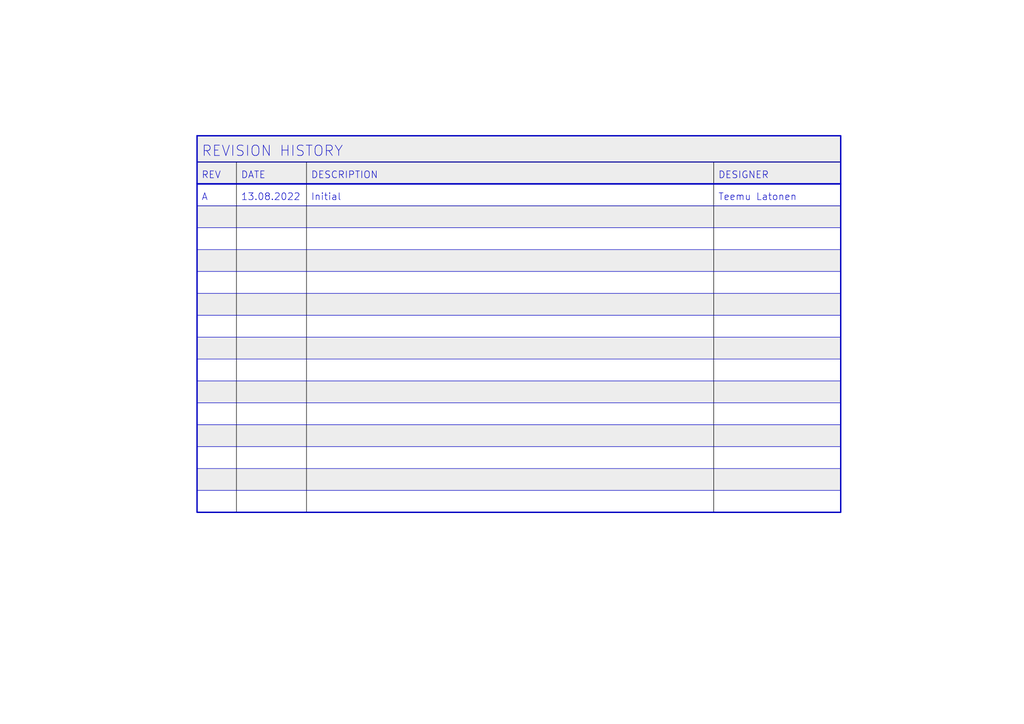
<source format=kicad_sch>
(kicad_sch (version 20230121) (generator eeschema)
  (paper "A4")
  (title_block (title "TITLE") (date "2023-05-28") (rev "1.0") (company "Kallio Designs Oy") (comment 1 "Teemu Latonen") (comment 2 "ASSEMBLY_PN") (comment 3 "000077"))
  (lib_symbols)
  (polyline (pts (xy 57.15 46.99) (xy 57.15 53.34)) (stroke (width 0) (type solid) (color 0 0 0 1)))
  (polyline (pts (xy 57.15 46.99) (xy 57.15 148.59)) (stroke (width 0) (type solid) (color 0 0 0 1)))
  (polyline (pts (xy 207.01 148.59) (xy 207.01 46.99)) (stroke (width 0) (type solid) (color 0 0 0 1)))
  (polyline (pts (xy 243.84 46.99) (xy 243.84 39.37)) (stroke (width 0) (type solid) (color 0 0 0 1)))
  (polyline (pts (xy 57.15 59.69) (xy 243.84 59.69)) (stroke (width 0) (type solid) (color 0 0 0 1)))
  (polyline (pts (xy 243.84 148.59) (xy 243.84 46.99)) (stroke (width 0) (type solid) (color 0 0 0 1)))
  (polyline (pts (xy 57.15 53.34) (xy 243.84 53.34)) (stroke (width 0) (type solid) (color 0 0 0 1)))
  (polyline (pts (xy 57.15 46.99) (xy 243.84 46.99)) (stroke (width 0) (type solid) (color 0 0 0 1)))
  (polyline (pts (xy 57.15 39.37) (xy 243.84 39.37)) (stroke (width 0) (type solid) (color 0 0 0 1)))
  (polyline (pts (xy 88.9 148.59) (xy 88.9 46.99)) (stroke (width 0) (type solid) (color 0 0 0 1)))
  (polyline (pts (xy 57.15 148.59) (xy 243.84 148.59)) (stroke (width 0) (type solid) (color 0 0 0 1)))
  (polyline (pts (xy 57.15 46.99) (xy 243.84 46.99)) (stroke (width 0) (type solid) (color 0 0 0 1)))
  (polyline (pts (xy 57.15 39.37) (xy 57.15 46.99)) (stroke (width 0) (type solid) (color 0 0 0 1)))
  (polyline (pts (xy 57.15 46.99) (xy 243.84 46.99)) (stroke (width 0) (type solid) (color 0 0 0 1)))
  (polyline (pts (xy 68.58 148.59) (xy 68.58 46.99)) (stroke (width 0) (type solid) (color 0 0 0 1)))
  (rectangle (start 57.15 59.69) (end 243.84 66.04) (fill (type color) (color 194 194 194 0.3)))
  (rectangle (start 57.15 46.99) (end 243.84 53.34) (fill (type color) (color 194 194 194 0.3)))
  (rectangle (start 57.15 53.34) (end 243.84 148.59) (stroke (width 0.4)))
  (rectangle (start 57.15 72.39) (end 243.84 78.74) (fill (type color) (color 194 194 194 0.3)))
  (rectangle (start 57.15 110.49) (end 243.84 116.84) (fill (type color) (color 194 194 194 0.3)))
  (rectangle (start 57.15 39.37) (end 243.84 46.99) (fill (type color) (color 194 194 194 0.3)))
  (rectangle (start 57.15 39.37) (end 243.84 53.34) (stroke (width 0.4)))
  (rectangle (start 57.15 97.79) (end 243.84 104.14) (fill (type color) (color 194 194 194 0.3)))
  (rectangle (start 57.15 85.09) (end 243.84 91.44) (fill (type color) (color 194 194 194 0.3)))
  (rectangle (start 57.15 123.19) (end 243.84 129.54) (fill (type color) (color 194 194 194 0.3)))
  (rectangle (start 57.15 135.89) (end 243.84 142.24) (fill (type color) (color 194 194 194 0.3)))
  (text "13.08.2022" (at 69.85 58.42 0) (effects (font (size 2 2)) (justify left bottom)))
  (text "REV" (at 58.42 52.07 0) (effects (font (size 2 2)) (justify left bottom)))
  (text "DESCRIPTION" (at 90.17 52.07 0) (effects (font (size 2 2)) (justify left bottom)))
  (text "REVISION HISTORY" (at 58.42 45.72 0) (effects (font (size 3 3)) (justify left bottom)))
  (text "DESIGNER" (at 208.28 52.07 0) (effects (font (size 2 2)) (justify left bottom)))
  (text "DATE" (at 69.85 52.07 0) (effects (font (size 2 2)) (justify left bottom)))
  (text "A" (at 58.42 58.42 0) (effects (font (size 2 2)) (justify left bottom)))
  (text "Initial" (at 90.17 58.42 0) (effects (font (size 2 2)) (justify left bottom)))
  (text "Teemu Latonen" (at 208.28 58.42 0) (effects (font (size 2 2)) (justify left bottom)))
)
</source>
